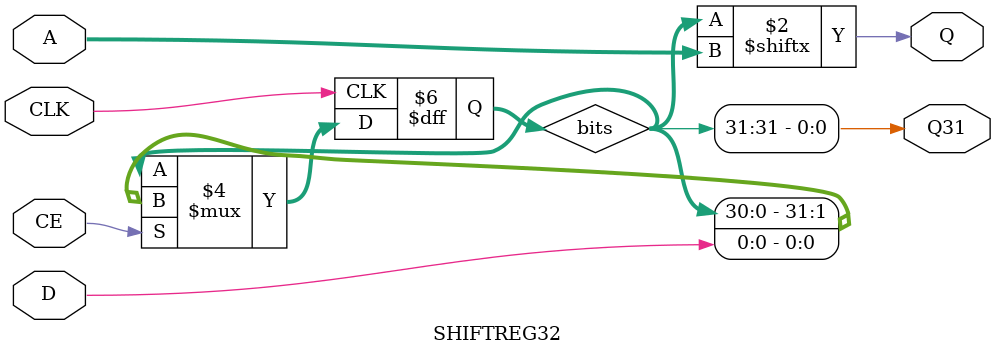
<source format=v>
`include "params.v"

module SHIFTREG32 (Q, Q31, A, CE, CLK, D);
	
	input [4:0] A; // address line
	input CLK;     // shift clock
	input CE;      // shift enable
	input D;       // shift input (to LSB)

	output Q;   // output selected by A
	output Q31; // shift out from last bit (MSB)

`ifdef USE_SRLC32E
	
	// implement 32 bit shift register with SRLC32E on Virtex-5+

	SRLC32E # (
		.INIT(32'h00000000)
	) srl32_inst (
		.Q(Q),
		.Q31(Q31),
		.A(A),
		.CE(CE),
		.CLK(CLK),
		.D(D)
	);

`else

	// emulate SRLC32E with behavioural version

	reg [31:0] bits; // shift register bits

	initial
		bits <= 0;

	// shift up on CE
	always @ (posedge CLK)
		if (CE)
			bits <= { bits[30:0], D };

	assign Q = bits[A];
	assign Q31 = bits[31];

`endif

endmodule

</source>
